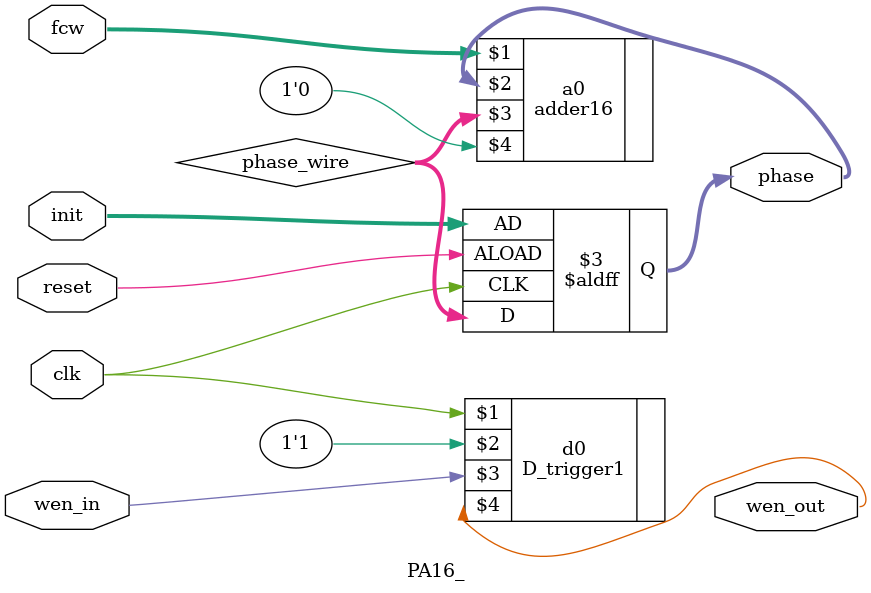
<source format=v>
module PA16_(clk,reset,wen_in,fcw,init,phase,wen_out);
  input clk,reset,wen_in;
  input [15:0] fcw,init;
  output reg [15:0] phase;
  output wen_out;
  wire [15:0] phase_wire;
  
  adder16 a0(fcw,phase,phase_wire,1'b0);
  always@(posedge clk or negedge reset) begin
    if(~reset)
      phase <= init;
    else
      phase <= phase_wire;
  end
  D_trigger1 d0(clk,1'b1,wen_in,wen_out);
  
endmodule






</source>
